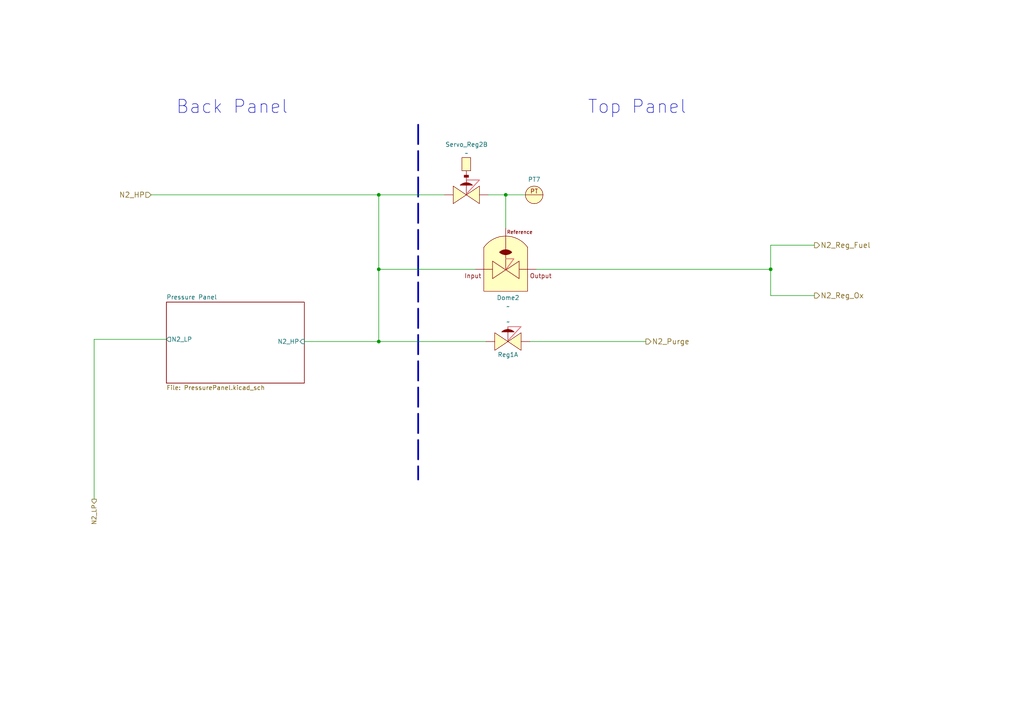
<source format=kicad_sch>
(kicad_sch (version 20250114) (generator "eeschema") (generator_version "9.0")
  (paper "A4")
  (lib_symbols
    (symbol "PID_symbols:Dome_Reg"
      (property "Reference" "Dome" (at 0 -4.445 0))
      (symbol "Dome_Reg_0_1"
        (polyline (pts (xy -6.35 6.35) (xy -6.35 -6.35) (xy 6.35 -6.35) (xy 6.35 6.35)))
        (arc (start -6.35 6.35) (mid 0 9.6327) (end 6.35 6.35))
        (polyline (pts (xy 0 0) (xy 0 2.54)))
      )
      (symbol "Dome_Reg_1_1"
        (polyline (pts (xy -6.35 -6.35) (xy 6.35 -6.35) (xy 6.35 6.35) (xy 5.05 7.8) (xy 3.5 8.8) (xy 1.778 9.398) (xy -0.254 9.652) (xy -2.032 9.398) (xy -3.302 8.89) (xy -4.572 8.128) (xy -5.661 7.191) (xy -6.096 6.604) (xy -6.3 6.3) (xy -6.3 -6.3)) (stroke (width -0.0001)) (fill (type background)))
        (polyline (pts (xy -6.33 -0.002) (xy -3.83 0.002)))
        (polyline (pts (xy -3.834 -0.168) (xy -3.834 2.372) (xy -0.024 -0.168) (xy -3.834 -2.708) (xy -3.834 -0.168)) (fill (type background)))
        (polyline (pts (xy -1.824 4.932) (xy 1.732 4.932) (xy 1.478 5.186) (xy 0.97 5.44) (xy -0.046 5.694) (xy -1.062 5.44) (xy -1.57 5.186) (xy -1.824 4.932)) (stroke (width 0.01)) (fill (type outline)))
        (arc (start 1.754 4.9541) (mid -0.024 4.2176) (end -1.802 4.9541))
        (arc (start -1.802 4.9599) (mid -0.024 5.6964) (end 1.754 4.9599))
        (polyline (pts (xy 0 9.652) (xy 0 5.588)))
        (polyline (pts (xy 0 4.318) (xy 0 3.7)))
        (polyline (pts (xy 0 3.728) (xy 0 2.368)))
        (polyline (pts (xy 0 -0.15) (xy 2.3536 3.0474) (xy 0.05 3.05)) (stroke (width 0.25) (color 224 108 117 1)))
        (polyline (pts (xy 0.076 -0.168) (xy 3.886 2.372) (xy 3.886 -2.708) (xy 0.076 -0.168)) (fill (type background)))
        (polyline (pts (xy 1.776 4.932) (xy -1.78 4.932) (xy -1.526 4.678) (xy -1.018 4.424) (xy -0.002 4.17) (xy 1.014 4.424) (xy 1.522 4.678) (xy 1.776 4.932)) (stroke (width 0.01)) (fill (type outline)))
        (polyline (pts (xy 3.9 0) (xy 6.35 0)))
        (text "Input" (at -9.525 -1.905 0) (effects (font (size 1.27 1.27))))
        (text "Reference \n" (at 4.445 10.795 0) (effects (font (size 1 1))))
        (text "Output" (at 10.16 -1.905 0) (effects (font (size 1.27 1.27))))
        (pin input line (at -8.89 0 0) (length 2.54) (name "") (number ""))
        (pin input line (at 0 12.065 270) (length 2.54) (name "") (number ""))
        (pin input line (at 8.89 0 180) (length 2.54) (name "") (number ""))
      )
    )
    (symbol "PID_symbols:Pressure_Regulator"
      (property "Reference" "Servo_Reg" (at 3.81 -3.81 0))
      (symbol "Pressure_Regulator_0_1"
        (polyline (pts (xy 2.032 2.794) (xy 5.588 2.794)))
        (polyline (pts (xy 3.81 2.54) (xy 3.81 2.794)))
        (polyline (pts (xy 3.81 0) (xy 3.81 2.54)))
      )
      (symbol "Pressure_Regulator_1_1"
        (unit_name "Reg")
        (polyline (pts (xy 0 0) (xy 0 2.54) (xy 3.81 0) (xy 0 -2.54) (xy 0 0)) (fill (type background)))
        (polyline (pts (xy 2.032 2.794) (xy 5.588 2.794) (xy 5.334 3.048) (xy 4.826 3.302) (xy 3.81 3.556) (xy 2.794 3.302) (xy 2.286 3.048) (xy 2.032 2.794)) (stroke (width 0.01)) (fill (type outline)))
        (polyline (pts (xy 3.81 4.318) (xy 3.81 3.81)))
        (polyline (pts (xy 3.81 3.81) (xy 3.81 3.556)))
        (arc (start 2.032 2.794) (mid 3.81 3.5305) (end 5.588 2.794))
        (polyline (pts (xy 3.81 0.254) (xy 7.62 4.318) (xy 3.81 4.318)) (stroke (width 0.25) (color 224 108 117 1)))
        (polyline (pts (xy 3.81 0) (xy 7.62 2.54) (xy 7.62 -2.54) (xy 3.81 0)) (fill (type background)))
        (pin passive line (at -2.54 0 0) (length 2.54) (name "") (number ""))
        (pin passive line (at 10.16 0 180) (length 2.54) (name "") (number ""))
      )
      (symbol "Pressure_Regulator_1_2"
        (unit_name "Reg")
        (pin passive line (at -2.54 0 0) (length 2.54) (name "") (number ""))
        (pin passive line (at 10.16 0 180) (length 2.54) (name "") (number ""))
      )
      (symbol "Pressure_Regulator_2_1"
        (unit_name "Servo-Reg")
        (polyline (pts (xy 0 0) (xy 0 2.54) (xy 3.81 0) (xy 0 -2.54) (xy 0 0)) (fill (type background)))
        (polyline (pts (xy 2.032 2.794) (xy 5.588 2.794) (xy 5.334 3.048) (xy 4.826 3.302) (xy 3.81 3.556) (xy 2.794 3.302) (xy 2.286 3.048) (xy 2.032 2.794)) (stroke (width 0.01)) (fill (type outline)))
        (rectangle (start 2.54 10.795) (end 5.08 6.985) (fill (type background)))
        (rectangle (start 3.175 5.715) (end 4.445 5.08) (fill (type outline)))
        (polyline (pts (xy 3.81 4.318) (xy 3.81 3.81)))
        (polyline (pts (xy 3.81 3.81) (xy 3.81 6.985)))
        (polyline (pts (xy 3.81 3.81) (xy 3.81 3.556)))
        (arc (start 2.032 2.794) (mid 3.81 3.5305) (end 5.588 2.794))
        (polyline (pts (xy 3.81 0.254) (xy 7.62 4.318) (xy 3.81 4.318)) (stroke (width 0.25) (color 224 108 117 1)))
        (polyline (pts (xy 3.81 0) (xy 7.62 2.54) (xy 7.62 -2.54) (xy 3.81 0)) (fill (type background)))
        (pin passive line (at -2.54 0 0) (length 2.54) (name "") (number ""))
        (pin passive line (at 10.16 0 180) (length 2.54) (name "") (number ""))
      )
      (symbol "Pressure_Regulator_2_2"
        (unit_name "Servo-Reg")
        (pin passive line (at -2.54 0 0) (length 2.54) (name "") (number ""))
        (pin passive line (at 10.16 0 180) (length 2.54) (name "") (number ""))
      )
    )
    (symbol "PID_symbols:Pressure_Transducer"
      (property "Reference" "PT" (at 0 -3.81 0))
      (symbol "Pressure_Transducer_0_1"
        (polyline (pts (xy -2.54 0) (xy 2.54 0)))
      )
      (symbol "Pressure_Transducer_1_1"
        (circle (center 0 0) (radius 2.54) (fill (type background)))
        (text "PT\n" (at 0 1.016 0) (effects (font (size 1.27 1.27))))
        (pin passive line (at -2.54 0 0) (length 0) (name "") (number ""))
        (pin passive line (at 0 -2.54 90) (length 0) (name "") (number ""))
        (pin passive line (at 2.54 0 180) (length 0) (name "") (number ""))
      )
    )
    (symbol "Pressure_Regulator_1"
      (property "Reference" "Servo_Reg" (at 3.81 -3.81 0))
      (symbol "Pressure_Regulator_1_0_1"
        (polyline (pts (xy 2.032 2.794) (xy 5.588 2.794)))
        (polyline (pts (xy 3.81 2.54) (xy 3.81 2.794)))
        (polyline (pts (xy 3.81 0) (xy 3.81 2.54)))
      )
      (symbol "Pressure_Regulator_1_1_1"
        (unit_name "Reg")
        (polyline (pts (xy 0 0) (xy 0 2.54) (xy 3.81 0) (xy 0 -2.54) (xy 0 0)) (fill (type background)))
        (polyline (pts (xy 2.032 2.794) (xy 5.588 2.794) (xy 5.334 3.048) (xy 4.826 3.302) (xy 3.81 3.556) (xy 2.794 3.302) (xy 2.286 3.048) (xy 2.032 2.794)) (stroke (width 0.01)) (fill (type outline)))
        (polyline (pts (xy 3.81 4.318) (xy 3.81 3.81)))
        (polyline (pts (xy 3.81 3.81) (xy 3.81 3.556)))
        (arc (start 2.032 2.794) (mid 3.81 3.5305) (end 5.588 2.794))
        (polyline (pts (xy 3.81 0.254) (xy 7.62 4.318) (xy 3.81 4.318)) (stroke (width 0.25) (color 224 108 117 1)))
        (polyline (pts (xy 3.81 0) (xy 7.62 2.54) (xy 7.62 -2.54) (xy 3.81 0)) (fill (type background)))
        (pin passive line (at -2.54 0 0) (length 2.54) (name "") (number ""))
        (pin passive line (at 10.16 0 180) (length 2.54) (name "") (number ""))
      )
      (symbol "Pressure_Regulator_1_1_2"
        (unit_name "Reg")
        (pin passive line (at -2.54 0 0) (length 2.54) (name "") (number ""))
        (pin passive line (at 10.16 0 180) (length 2.54) (name "") (number ""))
      )
      (symbol "Pressure_Regulator_1_2_1"
        (unit_name "Servo-Reg")
        (polyline (pts (xy 0 0) (xy 0 2.54) (xy 3.81 0) (xy 0 -2.54) (xy 0 0)) (fill (type background)))
        (polyline (pts (xy 2.032 2.794) (xy 5.588 2.794) (xy 5.334 3.048) (xy 4.826 3.302) (xy 3.81 3.556) (xy 2.794 3.302) (xy 2.286 3.048) (xy 2.032 2.794)) (stroke (width 0.01)) (fill (type outline)))
        (rectangle (start 2.54 10.795) (end 5.08 6.985) (fill (type background)))
        (rectangle (start 3.175 5.715) (end 4.445 5.08) (fill (type outline)))
        (polyline (pts (xy 3.81 4.318) (xy 3.81 3.81)))
        (polyline (pts (xy 3.81 3.81) (xy 3.81 6.985)))
        (polyline (pts (xy 3.81 3.81) (xy 3.81 3.556)))
        (arc (start 2.032 2.794) (mid 3.81 3.5305) (end 5.588 2.794))
        (polyline (pts (xy 3.81 0.254) (xy 7.62 4.318) (xy 3.81 4.318)) (stroke (width 0.25) (color 224 108 117 1)))
        (polyline (pts (xy 3.81 0) (xy 7.62 2.54) (xy 7.62 -2.54) (xy 3.81 0)) (fill (type background)))
        (pin passive line (at -2.54 0 0) (length 2.54) (name "") (number ""))
        (pin passive line (at 10.16 0 180) (length 2.54) (name "") (number ""))
      )
      (symbol "Pressure_Regulator_1_2_2"
        (unit_name "Servo-Reg")
        (pin passive line (at -2.54 0 0) (length 2.54) (name "") (number ""))
        (pin passive line (at 10.16 0 180) (length 2.54) (name "") (number ""))
      )
    )
  )
  (text "Top Panel" (at 184.785 31.115 0) (effects (font (size 3.81 3.81))))
  (text "Back Panel" (at 67.31 31.115 0) (effects (font (size 3.81 3.81))))
  (junction (at 146.685 56.515))
  (junction (at 109.855 56.515))
  (junction (at 223.52 78.105))
  (junction (at 109.855 78.105))
  (junction (at 109.855 99.06))
  (wire (pts (xy 223.52 85.725) (xy 236.22 85.725)))
  (wire (pts (xy 27.305 98.425) (xy 27.305 144.78)))
  (wire (pts (xy 140.97 99.06) (xy 109.855 99.06)))
  (wire (pts (xy 109.855 56.515) (xy 128.905 56.515)))
  (wire (pts (xy 109.855 78.105) (xy 137.795 78.105)))
  (wire (pts (xy 109.855 56.515) (xy 109.855 78.105)))
  (wire (pts (xy 155.575 78.105) (xy 223.52 78.105)))
  (wire (pts (xy 48.26 98.425) (xy 27.305 98.425)))
  (wire (pts (xy 146.685 56.515) (xy 152.4 56.515)))
  (wire (pts (xy 88.265 99.06) (xy 109.855 99.06)))
  (wire (pts (xy 223.52 85.725) (xy 223.52 78.105)))
  (wire (pts (xy 146.685 56.515) (xy 146.685 66.04)))
  (wire (pts (xy 223.52 78.105) (xy 223.52 71.12)))
  (wire (pts (xy 223.52 71.12) (xy 236.22 71.12)))
  (wire (pts (xy 141.605 56.515) (xy 146.685 56.515)))
  (wire (pts (xy 153.67 99.06) (xy 187.325 99.06)))
  (wire (pts (xy 43.815 56.515) (xy 109.855 56.515)))
  (wire (pts (xy 109.855 78.105) (xy 109.855 99.06)))
  (polyline (pts (xy 121.285 36.195) (xy 121.285 139.065)) (stroke (width 0.508) (type dash)))
  (hierarchical_label "N2_HP" (shape input) (at 43.815 56.515 180) (effects (font (size 1.524 1.524))))
  (hierarchical_label "N2_LP" (shape output) (at 27.305 144.78 270))
  (hierarchical_label "N2_Purge" (shape output) (at 187.325 99.06 0) (effects (font (size 1.524 1.524))))
  (hierarchical_label "N2_Reg_Fuel" (shape output) (at 236.22 71.12 0) (effects (font (size 1.524 1.524))))
  (hierarchical_label "N2_Reg_Ox" (shape output) (at 236.22 85.725 0) (effects (font (size 1.524 1.524))))
  (symbol (lib_name "Pressure_Regulator_1") (lib_id "PID_symbols:Pressure_Regulator") (at 143.51 99.06 0) (unit 1)
    (property "Reference" "Reg1" (at 147.32 102.87 0))
    (property "Value" "~" (at 147.3825 93.345 0))
    (property "Description" "Pressure Regulator" (effects (hide yes)))
  )
  (symbol (lib_id "PID_symbols:Pressure_Regulator") (at 131.445 56.515 0) (unit 2)
    (property "Reference" "Servo_Reg2" (at 135.3175 41.91 0))
    (property "Value" "~" (at 135.3175 44.45 0))
    (property "Description" "Pressure Regulator" (effects (hide yes)))
  )
  (symbol (lib_id "PID_symbols:Pressure_Transducer") (at 154.94 56.515 0) (unit 1)
    (property "Reference" "PT7" (at 154.94 52.07 0))
  )
  (symbol (lib_id "PID_symbols:Dome_Reg") (at 146.685 78.105 0) (unit 1)
    (property "Reference" "Dome2" (at 147.3654 86.36 0))
    (property "Value" "~" (at 147.3654 88.9 0))
  )
  (sheet (at 48.26 87.63) (size 40.005 23.495) (stroke (width 0.1524))
    (property "Sheetname" "Pressure Panel" (at 48.26 86.9184 0) (effects (justify left bottom)))
    (property "Sheetfile" "PressurePanel.kicad_sch" (at 48.26 111.7096 0) (effects (justify left top)))
    (pin "N2_HP" input (at 88.265 99.06 0))
    (pin "N2_LP" output (at 48.26 98.425 180))
  )
)
</source>
